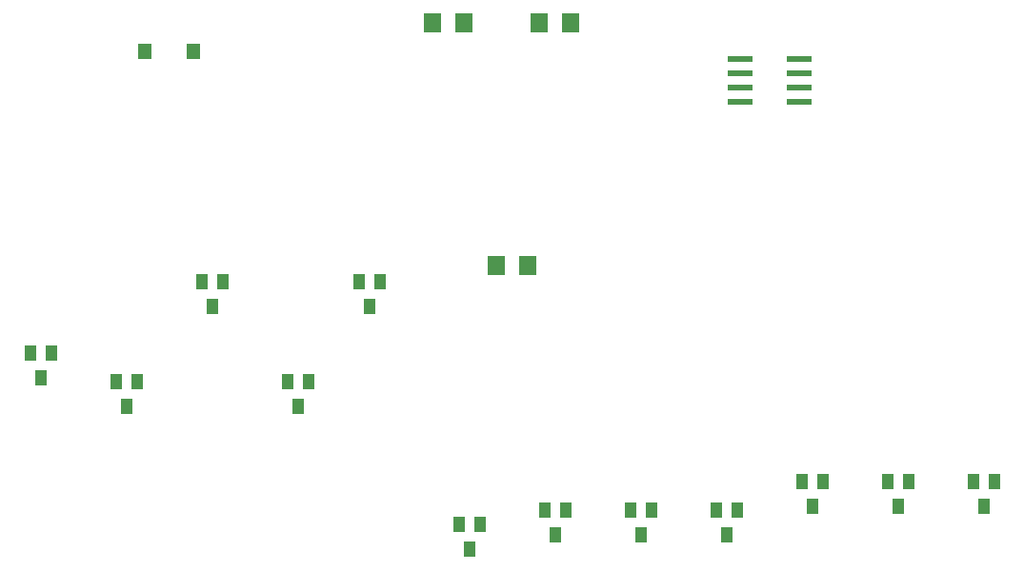
<source format=gtp>
G75*
G70*
%OFA0B0*%
%FSLAX24Y24*%
%IPPOS*%
%LPD*%
%AMOC8*
5,1,8,0,0,1.08239X$1,22.5*
%
%ADD10R,0.0870X0.0240*%
%ADD11R,0.0394X0.0551*%
%ADD12R,0.0630X0.0709*%
%ADD13R,0.0500X0.0579*%
D10*
X034301Y026663D03*
X034301Y027163D03*
X034301Y027663D03*
X034301Y028163D03*
X036361Y028163D03*
X036361Y027663D03*
X036361Y027163D03*
X036361Y026663D03*
D11*
X012831Y015980D03*
X013205Y016846D03*
X012457Y016846D03*
X010205Y017846D03*
X009457Y017846D03*
X009831Y016980D03*
X015457Y020346D03*
X016205Y020346D03*
X015831Y019480D03*
X018457Y016846D03*
X019205Y016846D03*
X018831Y015980D03*
X021331Y019480D03*
X021705Y020346D03*
X020957Y020346D03*
X027457Y012346D03*
X028205Y012346D03*
X027831Y011480D03*
X030457Y012346D03*
X031205Y012346D03*
X030831Y011480D03*
X033457Y012346D03*
X034205Y012346D03*
X033831Y011480D03*
X036831Y012480D03*
X037205Y013346D03*
X036457Y013346D03*
X039457Y013346D03*
X040205Y013346D03*
X039831Y012480D03*
X042457Y013346D03*
X043205Y013346D03*
X042831Y012480D03*
X025205Y011846D03*
X024457Y011846D03*
X024831Y010980D03*
D12*
X025780Y020913D03*
X026882Y020913D03*
X027280Y029413D03*
X028382Y029413D03*
X024632Y029413D03*
X023530Y029413D03*
D13*
X015177Y028413D03*
X013485Y028413D03*
M02*

</source>
